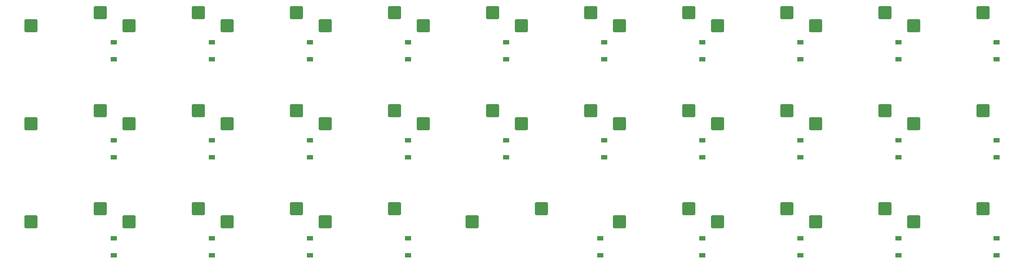
<source format=gbr>
%TF.GenerationSoftware,KiCad,Pcbnew,(6.0.6)*%
%TF.CreationDate,2022-07-19T20:18:06+07:00*%
%TF.ProjectId,pocket,706f636b-6574-42e6-9b69-6361645f7063,rev?*%
%TF.SameCoordinates,Original*%
%TF.FileFunction,Paste,Bot*%
%TF.FilePolarity,Positive*%
%FSLAX46Y46*%
G04 Gerber Fmt 4.6, Leading zero omitted, Abs format (unit mm)*
G04 Created by KiCad (PCBNEW (6.0.6)) date 2022-07-19 20:18:06*
%MOMM*%
%LPD*%
G01*
G04 APERTURE LIST*
G04 Aperture macros list*
%AMRoundRect*
0 Rectangle with rounded corners*
0 $1 Rounding radius*
0 $2 $3 $4 $5 $6 $7 $8 $9 X,Y pos of 4 corners*
0 Add a 4 corners polygon primitive as box body*
4,1,4,$2,$3,$4,$5,$6,$7,$8,$9,$2,$3,0*
0 Add four circle primitives for the rounded corners*
1,1,$1+$1,$2,$3*
1,1,$1+$1,$4,$5*
1,1,$1+$1,$6,$7*
1,1,$1+$1,$8,$9*
0 Add four rect primitives between the rounded corners*
20,1,$1+$1,$2,$3,$4,$5,0*
20,1,$1+$1,$4,$5,$6,$7,0*
20,1,$1+$1,$6,$7,$8,$9,0*
20,1,$1+$1,$8,$9,$2,$3,0*%
G04 Aperture macros list end*
%ADD10RoundRect,0.250000X1.025000X1.000000X-1.025000X1.000000X-1.025000X-1.000000X1.025000X-1.000000X0*%
%ADD11R,1.200000X0.900000*%
G04 APERTURE END LIST*
D10*
%TO.C,SW25*%
X159327500Y-107791250D03*
X172777500Y-105251250D03*
%TD*%
%TO.C,SW16*%
X149802500Y-88741250D03*
X163252500Y-86201250D03*
%TD*%
%TO.C,SW29*%
X73602500Y-107791250D03*
X87052500Y-105251250D03*
%TD*%
D11*
%TO.C,D1*%
X261143750Y-76262500D03*
X261143750Y-72962500D03*
%TD*%
%TO.C,D5*%
X184943750Y-76262500D03*
X184943750Y-72962500D03*
%TD*%
D10*
%TO.C,SW18*%
X125152500Y-86201250D03*
X111702500Y-88741250D03*
%TD*%
D11*
%TO.C,D6*%
X165893750Y-76262500D03*
X165893750Y-72962500D03*
%TD*%
D10*
%TO.C,SW13*%
X206952500Y-88741250D03*
X220402500Y-86201250D03*
%TD*%
D11*
%TO.C,D21*%
X261143750Y-114362500D03*
X261143750Y-111062500D03*
%TD*%
D10*
%TO.C,SW9*%
X92652500Y-69691250D03*
X106102500Y-67151250D03*
%TD*%
%TO.C,SW3*%
X206952500Y-69691250D03*
X220402500Y-67151250D03*
%TD*%
D11*
%TO.C,D22*%
X242093750Y-114362500D03*
X242093750Y-111062500D03*
%TD*%
D10*
%TO.C,SW10*%
X73602500Y-69691250D03*
X87052500Y-67151250D03*
%TD*%
%TO.C,SW7*%
X130752500Y-69691250D03*
X144202500Y-67151250D03*
%TD*%
%TO.C,SW23*%
X206952500Y-107791250D03*
X220402500Y-105251250D03*
%TD*%
D11*
%TO.C,D4*%
X203993750Y-76262500D03*
X203993750Y-72962500D03*
%TD*%
D10*
%TO.C,SW26*%
X130752500Y-107791250D03*
X144202500Y-105251250D03*
%TD*%
D11*
%TO.C,D7*%
X146843750Y-76262500D03*
X146843750Y-72962500D03*
%TD*%
%TO.C,D12*%
X242093750Y-95312500D03*
X242093750Y-92012500D03*
%TD*%
%TO.C,D24*%
X203993750Y-114362500D03*
X203993750Y-111062500D03*
%TD*%
%TO.C,D23*%
X223043750Y-114362500D03*
X223043750Y-111062500D03*
%TD*%
%TO.C,D14*%
X203993750Y-95312500D03*
X203993750Y-92012500D03*
%TD*%
%TO.C,D10*%
X89693750Y-76262500D03*
X89693750Y-72962500D03*
%TD*%
%TO.C,D27*%
X127793750Y-114362500D03*
X127793750Y-111062500D03*
%TD*%
%TO.C,D19*%
X108743750Y-95312500D03*
X108743750Y-92012500D03*
%TD*%
D10*
%TO.C,SW24*%
X187902500Y-107791250D03*
X201352500Y-105251250D03*
%TD*%
D11*
%TO.C,D28*%
X108743750Y-114362500D03*
X108743750Y-111062500D03*
%TD*%
D10*
%TO.C,SW15*%
X168852500Y-88741250D03*
X182302500Y-86201250D03*
%TD*%
%TO.C,SW17*%
X130752500Y-88741250D03*
X144202500Y-86201250D03*
%TD*%
%TO.C,SW19*%
X92652500Y-88741250D03*
X106102500Y-86201250D03*
%TD*%
D11*
%TO.C,D9*%
X108743750Y-72962500D03*
X108743750Y-76262500D03*
%TD*%
%TO.C,D20*%
X89693750Y-95312500D03*
X89693750Y-92012500D03*
%TD*%
D10*
%TO.C,SW22*%
X226002500Y-107791250D03*
X239452500Y-105251250D03*
%TD*%
%TO.C,SW12*%
X226002500Y-88741250D03*
X239452500Y-86201250D03*
%TD*%
%TO.C,SW6*%
X149802500Y-69691250D03*
X163252500Y-67151250D03*
%TD*%
D11*
%TO.C,D29*%
X89693750Y-114362500D03*
X89693750Y-111062500D03*
%TD*%
D10*
%TO.C,SW21*%
X245052500Y-107791250D03*
X258502500Y-105251250D03*
%TD*%
D11*
%TO.C,D3*%
X223043750Y-76262500D03*
X223043750Y-72962500D03*
%TD*%
%TO.C,D15*%
X184943750Y-95312500D03*
X184943750Y-92012500D03*
%TD*%
D10*
%TO.C,SW8*%
X111702500Y-69691250D03*
X125152500Y-67151250D03*
%TD*%
D11*
%TO.C,D25*%
X184150000Y-114362500D03*
X184150000Y-111062500D03*
%TD*%
D10*
%TO.C,SW4*%
X187902500Y-69691250D03*
X201352500Y-67151250D03*
%TD*%
D11*
%TO.C,D16*%
X165893750Y-95312500D03*
X165893750Y-92012500D03*
%TD*%
D10*
%TO.C,SW1*%
X245052500Y-69691250D03*
X258502500Y-67151250D03*
%TD*%
D11*
%TO.C,D13*%
X223043750Y-95312500D03*
X223043750Y-92012500D03*
%TD*%
%TO.C,D11*%
X261143750Y-95312500D03*
X261143750Y-92012500D03*
%TD*%
%TO.C,D26*%
X146843750Y-114362500D03*
X146843750Y-111062500D03*
%TD*%
D10*
%TO.C,SW14*%
X187902500Y-88741250D03*
X201352500Y-86201250D03*
%TD*%
%TO.C,SW28*%
X92652500Y-107791250D03*
X106102500Y-105251250D03*
%TD*%
%TO.C,SW5*%
X168852500Y-69691250D03*
X182302500Y-67151250D03*
%TD*%
D11*
%TO.C,D2*%
X242093750Y-76262500D03*
X242093750Y-72962500D03*
%TD*%
D10*
%TO.C,SW11*%
X245052500Y-88741250D03*
X258502500Y-86201250D03*
%TD*%
%TO.C,SW2*%
X226002500Y-69691250D03*
X239452500Y-67151250D03*
%TD*%
%TO.C,SW20*%
X73602500Y-88741250D03*
X87052500Y-86201250D03*
%TD*%
D11*
%TO.C,D8*%
X127793750Y-76262500D03*
X127793750Y-72962500D03*
%TD*%
%TO.C,D17*%
X146843750Y-95312500D03*
X146843750Y-92012500D03*
%TD*%
%TO.C,D18*%
X127793750Y-95312500D03*
X127793750Y-92012500D03*
%TD*%
D10*
%TO.C,SW27*%
X111702500Y-107791250D03*
X125152500Y-105251250D03*
%TD*%
M02*

</source>
